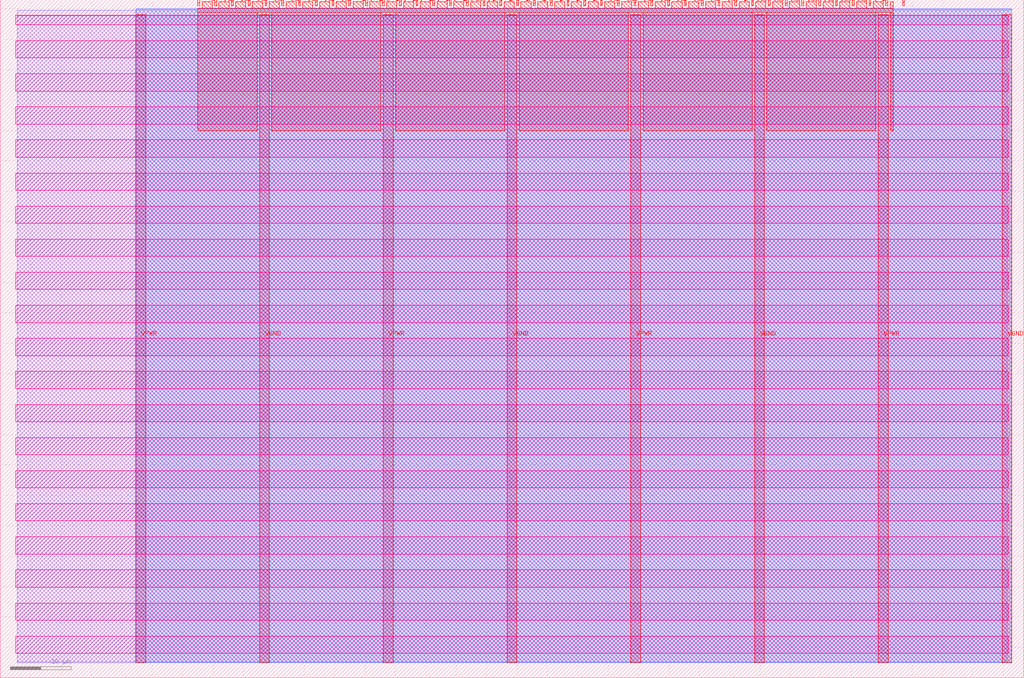
<source format=lef>
VERSION 5.7 ;
  NOWIREEXTENSIONATPIN ON ;
  DIVIDERCHAR "/" ;
  BUSBITCHARS "[]" ;
MACRO tt_um_perceptron_neuromeme
  CLASS BLOCK ;
  FOREIGN tt_um_perceptron_neuromeme ;
  ORIGIN 0.000 0.000 ;
  SIZE 168.360 BY 111.520 ;
  PIN VGND
    DIRECTION INOUT ;
    USE GROUND ;
    PORT
      LAYER met4 ;
        RECT 42.670 2.480 44.270 109.040 ;
    END
    PORT
      LAYER met4 ;
        RECT 83.380 2.480 84.980 109.040 ;
    END
    PORT
      LAYER met4 ;
        RECT 124.090 2.480 125.690 109.040 ;
    END
    PORT
      LAYER met4 ;
        RECT 164.800 2.480 166.400 109.040 ;
    END
  END VGND
  PIN VPWR
    DIRECTION INOUT ;
    USE POWER ;
    PORT
      LAYER met4 ;
        RECT 22.315 2.480 23.915 109.040 ;
    END
    PORT
      LAYER met4 ;
        RECT 63.025 2.480 64.625 109.040 ;
    END
    PORT
      LAYER met4 ;
        RECT 103.735 2.480 105.335 109.040 ;
    END
    PORT
      LAYER met4 ;
        RECT 144.445 2.480 146.045 109.040 ;
    END
  END VPWR
  PIN clk
    DIRECTION INPUT ;
    USE SIGNAL ;
    ANTENNAGATEAREA 0.852000 ;
    PORT
      LAYER met4 ;
        RECT 145.670 110.520 145.970 111.520 ;
    END
  END clk
  PIN ena
    DIRECTION INPUT ;
    USE SIGNAL ;
    PORT
      LAYER met4 ;
        RECT 148.430 110.520 148.730 111.520 ;
    END
  END ena
  PIN rst_n
    DIRECTION INPUT ;
    USE SIGNAL ;
    ANTENNAGATEAREA 0.196500 ;
    PORT
      LAYER met4 ;
        RECT 142.910 110.520 143.210 111.520 ;
    END
  END rst_n
  PIN ui_in[0]
    DIRECTION INPUT ;
    USE SIGNAL ;
    ANTENNAGATEAREA 0.196500 ;
    PORT
      LAYER met4 ;
        RECT 140.150 110.520 140.450 111.520 ;
    END
  END ui_in[0]
  PIN ui_in[1]
    DIRECTION INPUT ;
    USE SIGNAL ;
    ANTENNAGATEAREA 0.196500 ;
    PORT
      LAYER met4 ;
        RECT 137.390 110.520 137.690 111.520 ;
    END
  END ui_in[1]
  PIN ui_in[2]
    DIRECTION INPUT ;
    USE SIGNAL ;
    ANTENNAGATEAREA 0.196500 ;
    PORT
      LAYER met4 ;
        RECT 134.630 110.520 134.930 111.520 ;
    END
  END ui_in[2]
  PIN ui_in[3]
    DIRECTION INPUT ;
    USE SIGNAL ;
    ANTENNAGATEAREA 0.196500 ;
    PORT
      LAYER met4 ;
        RECT 131.870 110.520 132.170 111.520 ;
    END
  END ui_in[3]
  PIN ui_in[4]
    DIRECTION INPUT ;
    USE SIGNAL ;
    ANTENNAGATEAREA 0.196500 ;
    PORT
      LAYER met4 ;
        RECT 129.110 110.520 129.410 111.520 ;
    END
  END ui_in[4]
  PIN ui_in[5]
    DIRECTION INPUT ;
    USE SIGNAL ;
    ANTENNAGATEAREA 0.196500 ;
    PORT
      LAYER met4 ;
        RECT 126.350 110.520 126.650 111.520 ;
    END
  END ui_in[5]
  PIN ui_in[6]
    DIRECTION INPUT ;
    USE SIGNAL ;
    ANTENNAGATEAREA 0.196500 ;
    PORT
      LAYER met4 ;
        RECT 123.590 110.520 123.890 111.520 ;
    END
  END ui_in[6]
  PIN ui_in[7]
    DIRECTION INPUT ;
    USE SIGNAL ;
    ANTENNAGATEAREA 0.196500 ;
    PORT
      LAYER met4 ;
        RECT 120.830 110.520 121.130 111.520 ;
    END
  END ui_in[7]
  PIN uio_in[0]
    DIRECTION INPUT ;
    USE SIGNAL ;
    ANTENNAGATEAREA 0.196500 ;
    PORT
      LAYER met4 ;
        RECT 118.070 110.520 118.370 111.520 ;
    END
  END uio_in[0]
  PIN uio_in[1]
    DIRECTION INPUT ;
    USE SIGNAL ;
    ANTENNAGATEAREA 0.196500 ;
    PORT
      LAYER met4 ;
        RECT 115.310 110.520 115.610 111.520 ;
    END
  END uio_in[1]
  PIN uio_in[2]
    DIRECTION INPUT ;
    USE SIGNAL ;
    ANTENNAGATEAREA 0.196500 ;
    PORT
      LAYER met4 ;
        RECT 112.550 110.520 112.850 111.520 ;
    END
  END uio_in[2]
  PIN uio_in[3]
    DIRECTION INPUT ;
    USE SIGNAL ;
    ANTENNAGATEAREA 0.196500 ;
    PORT
      LAYER met4 ;
        RECT 109.790 110.520 110.090 111.520 ;
    END
  END uio_in[3]
  PIN uio_in[4]
    DIRECTION INPUT ;
    USE SIGNAL ;
    ANTENNAGATEAREA 0.196500 ;
    PORT
      LAYER met4 ;
        RECT 107.030 110.520 107.330 111.520 ;
    END
  END uio_in[4]
  PIN uio_in[5]
    DIRECTION INPUT ;
    USE SIGNAL ;
    ANTENNAGATEAREA 0.196500 ;
    PORT
      LAYER met4 ;
        RECT 104.270 110.520 104.570 111.520 ;
    END
  END uio_in[5]
  PIN uio_in[6]
    DIRECTION INPUT ;
    USE SIGNAL ;
    ANTENNAGATEAREA 0.196500 ;
    PORT
      LAYER met4 ;
        RECT 101.510 110.520 101.810 111.520 ;
    END
  END uio_in[6]
  PIN uio_in[7]
    DIRECTION INPUT ;
    USE SIGNAL ;
    ANTENNAGATEAREA 0.196500 ;
    PORT
      LAYER met4 ;
        RECT 98.750 110.520 99.050 111.520 ;
    END
  END uio_in[7]
  PIN uio_oe[0]
    DIRECTION OUTPUT TRISTATE ;
    USE SIGNAL ;
    PORT
      LAYER met4 ;
        RECT 51.830 110.520 52.130 111.520 ;
    END
  END uio_oe[0]
  PIN uio_oe[1]
    DIRECTION OUTPUT TRISTATE ;
    USE SIGNAL ;
    PORT
      LAYER met4 ;
        RECT 49.070 110.520 49.370 111.520 ;
    END
  END uio_oe[1]
  PIN uio_oe[2]
    DIRECTION OUTPUT TRISTATE ;
    USE SIGNAL ;
    PORT
      LAYER met4 ;
        RECT 46.310 110.520 46.610 111.520 ;
    END
  END uio_oe[2]
  PIN uio_oe[3]
    DIRECTION OUTPUT TRISTATE ;
    USE SIGNAL ;
    PORT
      LAYER met4 ;
        RECT 43.550 110.520 43.850 111.520 ;
    END
  END uio_oe[3]
  PIN uio_oe[4]
    DIRECTION OUTPUT TRISTATE ;
    USE SIGNAL ;
    PORT
      LAYER met4 ;
        RECT 40.790 110.520 41.090 111.520 ;
    END
  END uio_oe[4]
  PIN uio_oe[5]
    DIRECTION OUTPUT TRISTATE ;
    USE SIGNAL ;
    PORT
      LAYER met4 ;
        RECT 38.030 110.520 38.330 111.520 ;
    END
  END uio_oe[5]
  PIN uio_oe[6]
    DIRECTION OUTPUT TRISTATE ;
    USE SIGNAL ;
    PORT
      LAYER met4 ;
        RECT 35.270 110.520 35.570 111.520 ;
    END
  END uio_oe[6]
  PIN uio_oe[7]
    DIRECTION OUTPUT TRISTATE ;
    USE SIGNAL ;
    PORT
      LAYER met4 ;
        RECT 32.510 110.520 32.810 111.520 ;
    END
  END uio_oe[7]
  PIN uio_out[0]
    DIRECTION OUTPUT TRISTATE ;
    USE SIGNAL ;
    PORT
      LAYER met4 ;
        RECT 73.910 110.520 74.210 111.520 ;
    END
  END uio_out[0]
  PIN uio_out[1]
    DIRECTION OUTPUT TRISTATE ;
    USE SIGNAL ;
    PORT
      LAYER met4 ;
        RECT 71.150 110.520 71.450 111.520 ;
    END
  END uio_out[1]
  PIN uio_out[2]
    DIRECTION OUTPUT TRISTATE ;
    USE SIGNAL ;
    PORT
      LAYER met4 ;
        RECT 68.390 110.520 68.690 111.520 ;
    END
  END uio_out[2]
  PIN uio_out[3]
    DIRECTION OUTPUT TRISTATE ;
    USE SIGNAL ;
    PORT
      LAYER met4 ;
        RECT 65.630 110.520 65.930 111.520 ;
    END
  END uio_out[3]
  PIN uio_out[4]
    DIRECTION OUTPUT TRISTATE ;
    USE SIGNAL ;
    PORT
      LAYER met4 ;
        RECT 62.870 110.520 63.170 111.520 ;
    END
  END uio_out[4]
  PIN uio_out[5]
    DIRECTION OUTPUT TRISTATE ;
    USE SIGNAL ;
    PORT
      LAYER met4 ;
        RECT 60.110 110.520 60.410 111.520 ;
    END
  END uio_out[5]
  PIN uio_out[6]
    DIRECTION OUTPUT TRISTATE ;
    USE SIGNAL ;
    PORT
      LAYER met4 ;
        RECT 57.350 110.520 57.650 111.520 ;
    END
  END uio_out[6]
  PIN uio_out[7]
    DIRECTION OUTPUT TRISTATE ;
    USE SIGNAL ;
    PORT
      LAYER met4 ;
        RECT 54.590 110.520 54.890 111.520 ;
    END
  END uio_out[7]
  PIN uo_out[0]
    DIRECTION OUTPUT TRISTATE ;
    USE SIGNAL ;
    ANTENNAGATEAREA 0.126000 ;
    ANTENNADIFFAREA 0.891000 ;
    PORT
      LAYER met4 ;
        RECT 95.990 110.520 96.290 111.520 ;
    END
  END uo_out[0]
  PIN uo_out[1]
    DIRECTION OUTPUT TRISTATE ;
    USE SIGNAL ;
    PORT
      LAYER met4 ;
        RECT 93.230 110.520 93.530 111.520 ;
    END
  END uo_out[1]
  PIN uo_out[2]
    DIRECTION OUTPUT TRISTATE ;
    USE SIGNAL ;
    ANTENNADIFFAREA 0.445500 ;
    PORT
      LAYER met4 ;
        RECT 90.470 110.520 90.770 111.520 ;
    END
  END uo_out[2]
  PIN uo_out[3]
    DIRECTION OUTPUT TRISTATE ;
    USE SIGNAL ;
    PORT
      LAYER met4 ;
        RECT 87.710 110.520 88.010 111.520 ;
    END
  END uo_out[3]
  PIN uo_out[4]
    DIRECTION OUTPUT TRISTATE ;
    USE SIGNAL ;
    ANTENNAGATEAREA 0.406500 ;
    ANTENNADIFFAREA 0.891000 ;
    PORT
      LAYER met4 ;
        RECT 84.950 110.520 85.250 111.520 ;
    END
  END uo_out[4]
  PIN uo_out[5]
    DIRECTION OUTPUT TRISTATE ;
    USE SIGNAL ;
    PORT
      LAYER met4 ;
        RECT 82.190 110.520 82.490 111.520 ;
    END
  END uo_out[5]
  PIN uo_out[6]
    DIRECTION OUTPUT TRISTATE ;
    USE SIGNAL ;
    PORT
      LAYER met4 ;
        RECT 79.430 110.520 79.730 111.520 ;
    END
  END uo_out[6]
  PIN uo_out[7]
    DIRECTION OUTPUT TRISTATE ;
    USE SIGNAL ;
    PORT
      LAYER met4 ;
        RECT 76.670 110.520 76.970 111.520 ;
    END
  END uo_out[7]
  OBS
      LAYER nwell ;
        RECT 2.570 107.385 165.790 108.990 ;
        RECT 2.570 101.945 165.790 104.775 ;
        RECT 2.570 96.505 165.790 99.335 ;
        RECT 2.570 91.065 165.790 93.895 ;
        RECT 2.570 85.625 165.790 88.455 ;
        RECT 2.570 80.185 165.790 83.015 ;
        RECT 2.570 74.745 165.790 77.575 ;
        RECT 2.570 69.305 165.790 72.135 ;
        RECT 2.570 63.865 165.790 66.695 ;
        RECT 2.570 58.425 165.790 61.255 ;
        RECT 2.570 52.985 165.790 55.815 ;
        RECT 2.570 47.545 165.790 50.375 ;
        RECT 2.570 42.105 165.790 44.935 ;
        RECT 2.570 36.665 165.790 39.495 ;
        RECT 2.570 31.225 165.790 34.055 ;
        RECT 2.570 25.785 165.790 28.615 ;
        RECT 2.570 20.345 165.790 23.175 ;
        RECT 2.570 14.905 165.790 17.735 ;
        RECT 2.570 9.465 165.790 12.295 ;
        RECT 2.570 4.025 165.790 6.855 ;
      LAYER li1 ;
        RECT 2.760 2.635 165.600 108.885 ;
      LAYER met1 ;
        RECT 2.760 2.480 166.400 109.780 ;
      LAYER met2 ;
        RECT 22.345 2.535 166.370 110.005 ;
      LAYER met3 ;
        RECT 22.325 2.555 166.390 109.985 ;
      LAYER met4 ;
        RECT 33.210 110.120 34.870 111.170 ;
        RECT 35.970 110.120 37.630 111.170 ;
        RECT 38.730 110.120 40.390 111.170 ;
        RECT 41.490 110.120 43.150 111.170 ;
        RECT 44.250 110.120 45.910 111.170 ;
        RECT 47.010 110.120 48.670 111.170 ;
        RECT 49.770 110.120 51.430 111.170 ;
        RECT 52.530 110.120 54.190 111.170 ;
        RECT 55.290 110.120 56.950 111.170 ;
        RECT 58.050 110.120 59.710 111.170 ;
        RECT 60.810 110.120 62.470 111.170 ;
        RECT 63.570 110.120 65.230 111.170 ;
        RECT 66.330 110.120 67.990 111.170 ;
        RECT 69.090 110.120 70.750 111.170 ;
        RECT 71.850 110.120 73.510 111.170 ;
        RECT 74.610 110.120 76.270 111.170 ;
        RECT 77.370 110.120 79.030 111.170 ;
        RECT 80.130 110.120 81.790 111.170 ;
        RECT 82.890 110.120 84.550 111.170 ;
        RECT 85.650 110.120 87.310 111.170 ;
        RECT 88.410 110.120 90.070 111.170 ;
        RECT 91.170 110.120 92.830 111.170 ;
        RECT 93.930 110.120 95.590 111.170 ;
        RECT 96.690 110.120 98.350 111.170 ;
        RECT 99.450 110.120 101.110 111.170 ;
        RECT 102.210 110.120 103.870 111.170 ;
        RECT 104.970 110.120 106.630 111.170 ;
        RECT 107.730 110.120 109.390 111.170 ;
        RECT 110.490 110.120 112.150 111.170 ;
        RECT 113.250 110.120 114.910 111.170 ;
        RECT 116.010 110.120 117.670 111.170 ;
        RECT 118.770 110.120 120.430 111.170 ;
        RECT 121.530 110.120 123.190 111.170 ;
        RECT 124.290 110.120 125.950 111.170 ;
        RECT 127.050 110.120 128.710 111.170 ;
        RECT 129.810 110.120 131.470 111.170 ;
        RECT 132.570 110.120 134.230 111.170 ;
        RECT 135.330 110.120 136.990 111.170 ;
        RECT 138.090 110.120 139.750 111.170 ;
        RECT 140.850 110.120 142.510 111.170 ;
        RECT 143.610 110.120 145.270 111.170 ;
        RECT 146.370 110.120 146.905 111.170 ;
        RECT 32.495 109.440 146.905 110.120 ;
        RECT 32.495 89.935 42.270 109.440 ;
        RECT 44.670 89.935 62.625 109.440 ;
        RECT 65.025 89.935 82.980 109.440 ;
        RECT 85.380 89.935 103.335 109.440 ;
        RECT 105.735 89.935 123.690 109.440 ;
        RECT 126.090 89.935 144.045 109.440 ;
        RECT 146.445 89.935 146.905 109.440 ;
  END
END tt_um_perceptron_neuromeme
END LIBRARY


</source>
